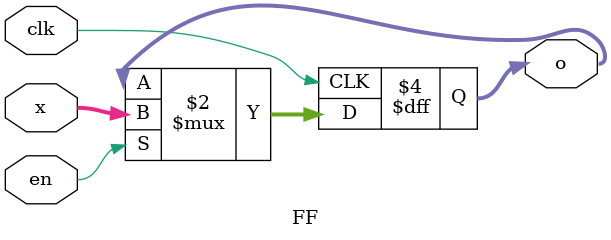
<source format=v>
`timescale 1ns / 1ps
module FF
    (
        input clk,en,
        input [5:0] x,
        output reg [5:0] o
    );
    always @(posedge clk) 
    begin
        if(en)o<=x;
    end
endmodule

</source>
